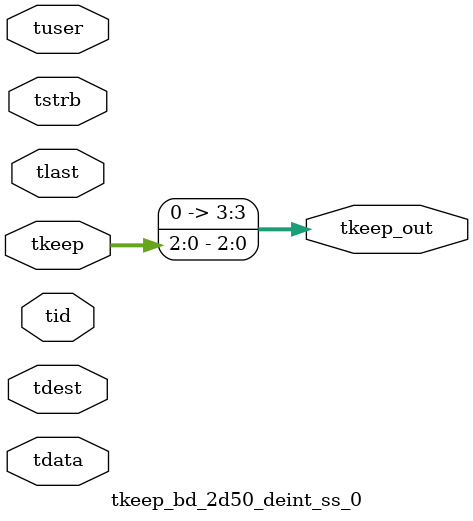
<source format=v>


`timescale 1ps/1ps

module tkeep_bd_2d50_deint_ss_0 #
(
parameter C_S_AXIS_TDATA_WIDTH = 32,
parameter C_S_AXIS_TUSER_WIDTH = 0,
parameter C_S_AXIS_TID_WIDTH   = 0,
parameter C_S_AXIS_TDEST_WIDTH = 0,
parameter C_M_AXIS_TDATA_WIDTH = 32
)
(
input  [(C_S_AXIS_TDATA_WIDTH == 0 ? 1 : C_S_AXIS_TDATA_WIDTH)-1:0     ] tdata,
input  [(C_S_AXIS_TUSER_WIDTH == 0 ? 1 : C_S_AXIS_TUSER_WIDTH)-1:0     ] tuser,
input  [(C_S_AXIS_TID_WIDTH   == 0 ? 1 : C_S_AXIS_TID_WIDTH)-1:0       ] tid,
input  [(C_S_AXIS_TDEST_WIDTH == 0 ? 1 : C_S_AXIS_TDEST_WIDTH)-1:0     ] tdest,
input  [(C_S_AXIS_TDATA_WIDTH/8)-1:0 ] tkeep,
input  [(C_S_AXIS_TDATA_WIDTH/8)-1:0 ] tstrb,
input                                                                    tlast,
output [(C_M_AXIS_TDATA_WIDTH/8)-1:0 ] tkeep_out
);

assign tkeep_out = {tkeep[2:0]};

endmodule


</source>
